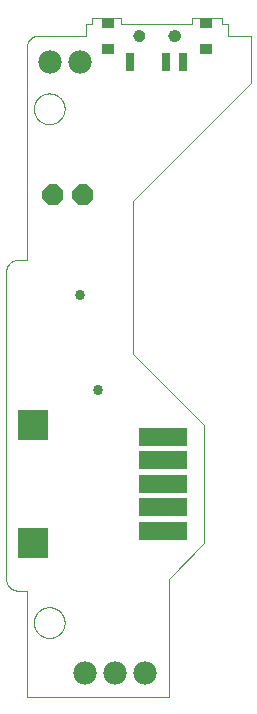
<source format=gbs>
G75*
%MOIN*%
%OFA0B0*%
%FSLAX25Y25*%
%IPPOS*%
%LPD*%
%AMOC8*
5,1,8,0,0,1.08239X$1,22.5*
%
%ADD10C,0.00000*%
%ADD11C,0.00039*%
%ADD12OC8,0.07000*%
%ADD13R,0.04337X0.03550*%
%ADD14R,0.03156X0.06306*%
%ADD15C,0.03943*%
%ADD16R,0.16148X0.05912*%
%ADD17R,0.09849X0.09849*%
%ADD18C,0.07800*%
%ADD19C,0.03378*%
D10*
X0021709Y0041556D02*
X0021709Y0143918D01*
X0021711Y0144042D01*
X0021717Y0144165D01*
X0021726Y0144289D01*
X0021740Y0144411D01*
X0021757Y0144534D01*
X0021779Y0144656D01*
X0021804Y0144777D01*
X0021833Y0144897D01*
X0021865Y0145016D01*
X0021902Y0145135D01*
X0021942Y0145252D01*
X0021985Y0145367D01*
X0022033Y0145482D01*
X0022084Y0145594D01*
X0022138Y0145705D01*
X0022196Y0145815D01*
X0022257Y0145922D01*
X0022322Y0146028D01*
X0022390Y0146131D01*
X0022461Y0146232D01*
X0022535Y0146331D01*
X0022612Y0146428D01*
X0022693Y0146522D01*
X0022776Y0146613D01*
X0022862Y0146702D01*
X0022951Y0146788D01*
X0023042Y0146871D01*
X0023136Y0146952D01*
X0023233Y0147029D01*
X0023332Y0147103D01*
X0023433Y0147174D01*
X0023536Y0147242D01*
X0023642Y0147307D01*
X0023749Y0147368D01*
X0023859Y0147426D01*
X0023970Y0147480D01*
X0024082Y0147531D01*
X0024197Y0147579D01*
X0024312Y0147622D01*
X0024429Y0147662D01*
X0024548Y0147699D01*
X0024667Y0147731D01*
X0024787Y0147760D01*
X0024908Y0147785D01*
X0025030Y0147807D01*
X0025153Y0147824D01*
X0025275Y0147838D01*
X0025399Y0147847D01*
X0025522Y0147853D01*
X0025646Y0147855D01*
X0028599Y0147855D01*
X0028599Y0218721D01*
X0028601Y0218845D01*
X0028607Y0218968D01*
X0028616Y0219092D01*
X0028630Y0219214D01*
X0028647Y0219337D01*
X0028669Y0219459D01*
X0028694Y0219580D01*
X0028723Y0219700D01*
X0028755Y0219819D01*
X0028792Y0219938D01*
X0028832Y0220055D01*
X0028875Y0220170D01*
X0028923Y0220285D01*
X0028974Y0220397D01*
X0029028Y0220508D01*
X0029086Y0220618D01*
X0029147Y0220725D01*
X0029212Y0220831D01*
X0029280Y0220934D01*
X0029351Y0221035D01*
X0029425Y0221134D01*
X0029502Y0221231D01*
X0029583Y0221325D01*
X0029666Y0221416D01*
X0029752Y0221505D01*
X0029841Y0221591D01*
X0029932Y0221674D01*
X0030026Y0221755D01*
X0030123Y0221832D01*
X0030222Y0221906D01*
X0030323Y0221977D01*
X0030426Y0222045D01*
X0030532Y0222110D01*
X0030639Y0222171D01*
X0030749Y0222229D01*
X0030860Y0222283D01*
X0030972Y0222334D01*
X0031087Y0222382D01*
X0031202Y0222425D01*
X0031319Y0222465D01*
X0031438Y0222502D01*
X0031557Y0222534D01*
X0031677Y0222563D01*
X0031798Y0222588D01*
X0031920Y0222610D01*
X0032043Y0222627D01*
X0032165Y0222641D01*
X0032289Y0222650D01*
X0032412Y0222656D01*
X0032536Y0222658D01*
X0048284Y0222658D01*
X0048284Y0226595D01*
X0050253Y0226595D01*
X0050253Y0228564D01*
X0060095Y0228564D01*
X0060095Y0226595D01*
X0083717Y0226595D01*
X0083717Y0228564D01*
X0093560Y0228564D01*
X0093560Y0226595D01*
X0095528Y0226595D01*
X0095528Y0222658D01*
X0103402Y0222658D01*
X0103402Y0206910D01*
X0064032Y0167540D01*
X0064032Y0116359D01*
X0087654Y0092737D01*
X0087654Y0053367D01*
X0075843Y0041556D01*
X0075843Y0002186D01*
X0028599Y0002186D01*
X0028599Y0037619D01*
X0025646Y0037619D01*
X0025522Y0037621D01*
X0025399Y0037627D01*
X0025275Y0037636D01*
X0025153Y0037650D01*
X0025030Y0037667D01*
X0024908Y0037689D01*
X0024787Y0037714D01*
X0024667Y0037743D01*
X0024548Y0037775D01*
X0024429Y0037812D01*
X0024312Y0037852D01*
X0024197Y0037895D01*
X0024082Y0037943D01*
X0023970Y0037994D01*
X0023859Y0038048D01*
X0023749Y0038106D01*
X0023642Y0038167D01*
X0023536Y0038232D01*
X0023433Y0038300D01*
X0023332Y0038371D01*
X0023233Y0038445D01*
X0023136Y0038522D01*
X0023042Y0038603D01*
X0022951Y0038686D01*
X0022862Y0038772D01*
X0022776Y0038861D01*
X0022693Y0038952D01*
X0022612Y0039046D01*
X0022535Y0039143D01*
X0022461Y0039242D01*
X0022390Y0039343D01*
X0022322Y0039446D01*
X0022257Y0039552D01*
X0022196Y0039659D01*
X0022138Y0039769D01*
X0022084Y0039880D01*
X0022033Y0039992D01*
X0021985Y0040107D01*
X0021942Y0040222D01*
X0021902Y0040339D01*
X0021865Y0040458D01*
X0021833Y0040577D01*
X0021804Y0040697D01*
X0021779Y0040818D01*
X0021757Y0040940D01*
X0021740Y0041063D01*
X0021726Y0041185D01*
X0021717Y0041309D01*
X0021711Y0041432D01*
X0021709Y0041556D01*
X0064229Y0222658D02*
X0064231Y0222742D01*
X0064237Y0222825D01*
X0064247Y0222908D01*
X0064261Y0222991D01*
X0064278Y0223073D01*
X0064300Y0223154D01*
X0064325Y0223233D01*
X0064354Y0223312D01*
X0064387Y0223389D01*
X0064423Y0223464D01*
X0064463Y0223538D01*
X0064506Y0223610D01*
X0064553Y0223679D01*
X0064603Y0223746D01*
X0064656Y0223811D01*
X0064712Y0223873D01*
X0064770Y0223933D01*
X0064832Y0223990D01*
X0064896Y0224043D01*
X0064963Y0224094D01*
X0065032Y0224141D01*
X0065103Y0224186D01*
X0065176Y0224226D01*
X0065251Y0224263D01*
X0065328Y0224297D01*
X0065406Y0224327D01*
X0065485Y0224353D01*
X0065566Y0224376D01*
X0065648Y0224394D01*
X0065730Y0224409D01*
X0065813Y0224420D01*
X0065896Y0224427D01*
X0065980Y0224430D01*
X0066064Y0224429D01*
X0066147Y0224424D01*
X0066231Y0224415D01*
X0066313Y0224402D01*
X0066395Y0224386D01*
X0066476Y0224365D01*
X0066557Y0224341D01*
X0066635Y0224313D01*
X0066713Y0224281D01*
X0066789Y0224245D01*
X0066863Y0224206D01*
X0066935Y0224164D01*
X0067005Y0224118D01*
X0067073Y0224069D01*
X0067138Y0224017D01*
X0067201Y0223962D01*
X0067261Y0223904D01*
X0067319Y0223843D01*
X0067373Y0223779D01*
X0067425Y0223713D01*
X0067473Y0223645D01*
X0067518Y0223574D01*
X0067559Y0223501D01*
X0067598Y0223427D01*
X0067632Y0223351D01*
X0067663Y0223273D01*
X0067690Y0223194D01*
X0067714Y0223113D01*
X0067733Y0223032D01*
X0067749Y0222950D01*
X0067761Y0222867D01*
X0067769Y0222783D01*
X0067773Y0222700D01*
X0067773Y0222616D01*
X0067769Y0222533D01*
X0067761Y0222449D01*
X0067749Y0222366D01*
X0067733Y0222284D01*
X0067714Y0222203D01*
X0067690Y0222122D01*
X0067663Y0222043D01*
X0067632Y0221965D01*
X0067598Y0221889D01*
X0067559Y0221815D01*
X0067518Y0221742D01*
X0067473Y0221671D01*
X0067425Y0221603D01*
X0067373Y0221537D01*
X0067319Y0221473D01*
X0067261Y0221412D01*
X0067201Y0221354D01*
X0067138Y0221299D01*
X0067073Y0221247D01*
X0067005Y0221198D01*
X0066935Y0221152D01*
X0066863Y0221110D01*
X0066789Y0221071D01*
X0066713Y0221035D01*
X0066635Y0221003D01*
X0066557Y0220975D01*
X0066476Y0220951D01*
X0066395Y0220930D01*
X0066313Y0220914D01*
X0066231Y0220901D01*
X0066147Y0220892D01*
X0066064Y0220887D01*
X0065980Y0220886D01*
X0065896Y0220889D01*
X0065813Y0220896D01*
X0065730Y0220907D01*
X0065648Y0220922D01*
X0065566Y0220940D01*
X0065485Y0220963D01*
X0065406Y0220989D01*
X0065328Y0221019D01*
X0065251Y0221053D01*
X0065176Y0221090D01*
X0065103Y0221130D01*
X0065032Y0221175D01*
X0064963Y0221222D01*
X0064896Y0221273D01*
X0064832Y0221326D01*
X0064770Y0221383D01*
X0064712Y0221443D01*
X0064656Y0221505D01*
X0064603Y0221570D01*
X0064553Y0221637D01*
X0064506Y0221706D01*
X0064463Y0221778D01*
X0064423Y0221852D01*
X0064387Y0221927D01*
X0064354Y0222004D01*
X0064325Y0222083D01*
X0064300Y0222162D01*
X0064278Y0222243D01*
X0064261Y0222325D01*
X0064247Y0222408D01*
X0064237Y0222491D01*
X0064231Y0222574D01*
X0064229Y0222658D01*
X0076040Y0222658D02*
X0076042Y0222742D01*
X0076048Y0222825D01*
X0076058Y0222908D01*
X0076072Y0222991D01*
X0076089Y0223073D01*
X0076111Y0223154D01*
X0076136Y0223233D01*
X0076165Y0223312D01*
X0076198Y0223389D01*
X0076234Y0223464D01*
X0076274Y0223538D01*
X0076317Y0223610D01*
X0076364Y0223679D01*
X0076414Y0223746D01*
X0076467Y0223811D01*
X0076523Y0223873D01*
X0076581Y0223933D01*
X0076643Y0223990D01*
X0076707Y0224043D01*
X0076774Y0224094D01*
X0076843Y0224141D01*
X0076914Y0224186D01*
X0076987Y0224226D01*
X0077062Y0224263D01*
X0077139Y0224297D01*
X0077217Y0224327D01*
X0077296Y0224353D01*
X0077377Y0224376D01*
X0077459Y0224394D01*
X0077541Y0224409D01*
X0077624Y0224420D01*
X0077707Y0224427D01*
X0077791Y0224430D01*
X0077875Y0224429D01*
X0077958Y0224424D01*
X0078042Y0224415D01*
X0078124Y0224402D01*
X0078206Y0224386D01*
X0078287Y0224365D01*
X0078368Y0224341D01*
X0078446Y0224313D01*
X0078524Y0224281D01*
X0078600Y0224245D01*
X0078674Y0224206D01*
X0078746Y0224164D01*
X0078816Y0224118D01*
X0078884Y0224069D01*
X0078949Y0224017D01*
X0079012Y0223962D01*
X0079072Y0223904D01*
X0079130Y0223843D01*
X0079184Y0223779D01*
X0079236Y0223713D01*
X0079284Y0223645D01*
X0079329Y0223574D01*
X0079370Y0223501D01*
X0079409Y0223427D01*
X0079443Y0223351D01*
X0079474Y0223273D01*
X0079501Y0223194D01*
X0079525Y0223113D01*
X0079544Y0223032D01*
X0079560Y0222950D01*
X0079572Y0222867D01*
X0079580Y0222783D01*
X0079584Y0222700D01*
X0079584Y0222616D01*
X0079580Y0222533D01*
X0079572Y0222449D01*
X0079560Y0222366D01*
X0079544Y0222284D01*
X0079525Y0222203D01*
X0079501Y0222122D01*
X0079474Y0222043D01*
X0079443Y0221965D01*
X0079409Y0221889D01*
X0079370Y0221815D01*
X0079329Y0221742D01*
X0079284Y0221671D01*
X0079236Y0221603D01*
X0079184Y0221537D01*
X0079130Y0221473D01*
X0079072Y0221412D01*
X0079012Y0221354D01*
X0078949Y0221299D01*
X0078884Y0221247D01*
X0078816Y0221198D01*
X0078746Y0221152D01*
X0078674Y0221110D01*
X0078600Y0221071D01*
X0078524Y0221035D01*
X0078446Y0221003D01*
X0078368Y0220975D01*
X0078287Y0220951D01*
X0078206Y0220930D01*
X0078124Y0220914D01*
X0078042Y0220901D01*
X0077958Y0220892D01*
X0077875Y0220887D01*
X0077791Y0220886D01*
X0077707Y0220889D01*
X0077624Y0220896D01*
X0077541Y0220907D01*
X0077459Y0220922D01*
X0077377Y0220940D01*
X0077296Y0220963D01*
X0077217Y0220989D01*
X0077139Y0221019D01*
X0077062Y0221053D01*
X0076987Y0221090D01*
X0076914Y0221130D01*
X0076843Y0221175D01*
X0076774Y0221222D01*
X0076707Y0221273D01*
X0076643Y0221326D01*
X0076581Y0221383D01*
X0076523Y0221443D01*
X0076467Y0221505D01*
X0076414Y0221570D01*
X0076364Y0221637D01*
X0076317Y0221706D01*
X0076274Y0221778D01*
X0076234Y0221852D01*
X0076198Y0221927D01*
X0076165Y0222004D01*
X0076136Y0222083D01*
X0076111Y0222162D01*
X0076089Y0222243D01*
X0076072Y0222325D01*
X0076058Y0222408D01*
X0076048Y0222491D01*
X0076042Y0222574D01*
X0076040Y0222658D01*
D11*
X0030961Y0198249D02*
X0030963Y0198392D01*
X0030969Y0198535D01*
X0030979Y0198677D01*
X0030993Y0198819D01*
X0031011Y0198961D01*
X0031033Y0199103D01*
X0031058Y0199243D01*
X0031088Y0199383D01*
X0031122Y0199522D01*
X0031159Y0199660D01*
X0031201Y0199797D01*
X0031246Y0199932D01*
X0031295Y0200066D01*
X0031347Y0200199D01*
X0031403Y0200331D01*
X0031463Y0200460D01*
X0031527Y0200588D01*
X0031594Y0200715D01*
X0031665Y0200839D01*
X0031739Y0200961D01*
X0031816Y0201081D01*
X0031897Y0201199D01*
X0031981Y0201315D01*
X0032068Y0201428D01*
X0032158Y0201539D01*
X0032252Y0201647D01*
X0032348Y0201753D01*
X0032447Y0201855D01*
X0032550Y0201955D01*
X0032654Y0202052D01*
X0032762Y0202147D01*
X0032872Y0202238D01*
X0032985Y0202326D01*
X0033100Y0202410D01*
X0033217Y0202492D01*
X0033337Y0202570D01*
X0033458Y0202645D01*
X0033582Y0202717D01*
X0033708Y0202785D01*
X0033835Y0202849D01*
X0033965Y0202910D01*
X0034096Y0202967D01*
X0034228Y0203021D01*
X0034362Y0203070D01*
X0034497Y0203117D01*
X0034634Y0203159D01*
X0034772Y0203197D01*
X0034910Y0203232D01*
X0035050Y0203262D01*
X0035190Y0203289D01*
X0035331Y0203312D01*
X0035473Y0203331D01*
X0035615Y0203346D01*
X0035758Y0203357D01*
X0035900Y0203364D01*
X0036043Y0203367D01*
X0036186Y0203366D01*
X0036329Y0203361D01*
X0036472Y0203352D01*
X0036614Y0203339D01*
X0036756Y0203322D01*
X0036897Y0203301D01*
X0037038Y0203276D01*
X0037178Y0203248D01*
X0037317Y0203215D01*
X0037455Y0203178D01*
X0037592Y0203138D01*
X0037728Y0203094D01*
X0037863Y0203046D01*
X0037996Y0202994D01*
X0038128Y0202939D01*
X0038258Y0202880D01*
X0038387Y0202817D01*
X0038513Y0202751D01*
X0038638Y0202681D01*
X0038761Y0202608D01*
X0038881Y0202532D01*
X0039000Y0202452D01*
X0039116Y0202368D01*
X0039230Y0202282D01*
X0039341Y0202192D01*
X0039450Y0202100D01*
X0039556Y0202004D01*
X0039660Y0201906D01*
X0039761Y0201804D01*
X0039858Y0201700D01*
X0039953Y0201593D01*
X0040045Y0201484D01*
X0040134Y0201372D01*
X0040220Y0201257D01*
X0040302Y0201141D01*
X0040381Y0201021D01*
X0040457Y0200900D01*
X0040529Y0200777D01*
X0040598Y0200652D01*
X0040663Y0200525D01*
X0040725Y0200396D01*
X0040783Y0200265D01*
X0040838Y0200133D01*
X0040888Y0199999D01*
X0040935Y0199864D01*
X0040979Y0199728D01*
X0041018Y0199591D01*
X0041053Y0199452D01*
X0041085Y0199313D01*
X0041113Y0199173D01*
X0041137Y0199032D01*
X0041157Y0198890D01*
X0041173Y0198748D01*
X0041185Y0198606D01*
X0041193Y0198463D01*
X0041197Y0198320D01*
X0041197Y0198178D01*
X0041193Y0198035D01*
X0041185Y0197892D01*
X0041173Y0197750D01*
X0041157Y0197608D01*
X0041137Y0197466D01*
X0041113Y0197325D01*
X0041085Y0197185D01*
X0041053Y0197046D01*
X0041018Y0196907D01*
X0040979Y0196770D01*
X0040935Y0196634D01*
X0040888Y0196499D01*
X0040838Y0196365D01*
X0040783Y0196233D01*
X0040725Y0196102D01*
X0040663Y0195973D01*
X0040598Y0195846D01*
X0040529Y0195721D01*
X0040457Y0195598D01*
X0040381Y0195477D01*
X0040302Y0195357D01*
X0040220Y0195241D01*
X0040134Y0195126D01*
X0040045Y0195014D01*
X0039953Y0194905D01*
X0039858Y0194798D01*
X0039761Y0194694D01*
X0039660Y0194592D01*
X0039556Y0194494D01*
X0039450Y0194398D01*
X0039341Y0194306D01*
X0039230Y0194216D01*
X0039116Y0194130D01*
X0039000Y0194046D01*
X0038881Y0193966D01*
X0038761Y0193890D01*
X0038638Y0193817D01*
X0038513Y0193747D01*
X0038387Y0193681D01*
X0038258Y0193618D01*
X0038128Y0193559D01*
X0037996Y0193504D01*
X0037863Y0193452D01*
X0037728Y0193404D01*
X0037592Y0193360D01*
X0037455Y0193320D01*
X0037317Y0193283D01*
X0037178Y0193250D01*
X0037038Y0193222D01*
X0036897Y0193197D01*
X0036756Y0193176D01*
X0036614Y0193159D01*
X0036472Y0193146D01*
X0036329Y0193137D01*
X0036186Y0193132D01*
X0036043Y0193131D01*
X0035900Y0193134D01*
X0035758Y0193141D01*
X0035615Y0193152D01*
X0035473Y0193167D01*
X0035331Y0193186D01*
X0035190Y0193209D01*
X0035050Y0193236D01*
X0034910Y0193266D01*
X0034772Y0193301D01*
X0034634Y0193339D01*
X0034497Y0193381D01*
X0034362Y0193428D01*
X0034228Y0193477D01*
X0034096Y0193531D01*
X0033965Y0193588D01*
X0033835Y0193649D01*
X0033708Y0193713D01*
X0033582Y0193781D01*
X0033458Y0193853D01*
X0033337Y0193928D01*
X0033217Y0194006D01*
X0033100Y0194088D01*
X0032985Y0194172D01*
X0032872Y0194260D01*
X0032762Y0194351D01*
X0032654Y0194446D01*
X0032550Y0194543D01*
X0032447Y0194643D01*
X0032348Y0194745D01*
X0032252Y0194851D01*
X0032158Y0194959D01*
X0032068Y0195070D01*
X0031981Y0195183D01*
X0031897Y0195299D01*
X0031816Y0195417D01*
X0031739Y0195537D01*
X0031665Y0195659D01*
X0031594Y0195783D01*
X0031527Y0195910D01*
X0031463Y0196038D01*
X0031403Y0196167D01*
X0031347Y0196299D01*
X0031295Y0196432D01*
X0031246Y0196566D01*
X0031201Y0196701D01*
X0031159Y0196838D01*
X0031122Y0196976D01*
X0031088Y0197115D01*
X0031058Y0197255D01*
X0031033Y0197395D01*
X0031011Y0197537D01*
X0030993Y0197679D01*
X0030979Y0197821D01*
X0030969Y0197963D01*
X0030963Y0198106D01*
X0030961Y0198249D01*
X0030961Y0026989D02*
X0030963Y0027132D01*
X0030969Y0027275D01*
X0030979Y0027417D01*
X0030993Y0027559D01*
X0031011Y0027701D01*
X0031033Y0027843D01*
X0031058Y0027983D01*
X0031088Y0028123D01*
X0031122Y0028262D01*
X0031159Y0028400D01*
X0031201Y0028537D01*
X0031246Y0028672D01*
X0031295Y0028806D01*
X0031347Y0028939D01*
X0031403Y0029071D01*
X0031463Y0029200D01*
X0031527Y0029328D01*
X0031594Y0029455D01*
X0031665Y0029579D01*
X0031739Y0029701D01*
X0031816Y0029821D01*
X0031897Y0029939D01*
X0031981Y0030055D01*
X0032068Y0030168D01*
X0032158Y0030279D01*
X0032252Y0030387D01*
X0032348Y0030493D01*
X0032447Y0030595D01*
X0032550Y0030695D01*
X0032654Y0030792D01*
X0032762Y0030887D01*
X0032872Y0030978D01*
X0032985Y0031066D01*
X0033100Y0031150D01*
X0033217Y0031232D01*
X0033337Y0031310D01*
X0033458Y0031385D01*
X0033582Y0031457D01*
X0033708Y0031525D01*
X0033835Y0031589D01*
X0033965Y0031650D01*
X0034096Y0031707D01*
X0034228Y0031761D01*
X0034362Y0031810D01*
X0034497Y0031857D01*
X0034634Y0031899D01*
X0034772Y0031937D01*
X0034910Y0031972D01*
X0035050Y0032002D01*
X0035190Y0032029D01*
X0035331Y0032052D01*
X0035473Y0032071D01*
X0035615Y0032086D01*
X0035758Y0032097D01*
X0035900Y0032104D01*
X0036043Y0032107D01*
X0036186Y0032106D01*
X0036329Y0032101D01*
X0036472Y0032092D01*
X0036614Y0032079D01*
X0036756Y0032062D01*
X0036897Y0032041D01*
X0037038Y0032016D01*
X0037178Y0031988D01*
X0037317Y0031955D01*
X0037455Y0031918D01*
X0037592Y0031878D01*
X0037728Y0031834D01*
X0037863Y0031786D01*
X0037996Y0031734D01*
X0038128Y0031679D01*
X0038258Y0031620D01*
X0038387Y0031557D01*
X0038513Y0031491D01*
X0038638Y0031421D01*
X0038761Y0031348D01*
X0038881Y0031272D01*
X0039000Y0031192D01*
X0039116Y0031108D01*
X0039230Y0031022D01*
X0039341Y0030932D01*
X0039450Y0030840D01*
X0039556Y0030744D01*
X0039660Y0030646D01*
X0039761Y0030544D01*
X0039858Y0030440D01*
X0039953Y0030333D01*
X0040045Y0030224D01*
X0040134Y0030112D01*
X0040220Y0029997D01*
X0040302Y0029881D01*
X0040381Y0029761D01*
X0040457Y0029640D01*
X0040529Y0029517D01*
X0040598Y0029392D01*
X0040663Y0029265D01*
X0040725Y0029136D01*
X0040783Y0029005D01*
X0040838Y0028873D01*
X0040888Y0028739D01*
X0040935Y0028604D01*
X0040979Y0028468D01*
X0041018Y0028331D01*
X0041053Y0028192D01*
X0041085Y0028053D01*
X0041113Y0027913D01*
X0041137Y0027772D01*
X0041157Y0027630D01*
X0041173Y0027488D01*
X0041185Y0027346D01*
X0041193Y0027203D01*
X0041197Y0027060D01*
X0041197Y0026918D01*
X0041193Y0026775D01*
X0041185Y0026632D01*
X0041173Y0026490D01*
X0041157Y0026348D01*
X0041137Y0026206D01*
X0041113Y0026065D01*
X0041085Y0025925D01*
X0041053Y0025786D01*
X0041018Y0025647D01*
X0040979Y0025510D01*
X0040935Y0025374D01*
X0040888Y0025239D01*
X0040838Y0025105D01*
X0040783Y0024973D01*
X0040725Y0024842D01*
X0040663Y0024713D01*
X0040598Y0024586D01*
X0040529Y0024461D01*
X0040457Y0024338D01*
X0040381Y0024217D01*
X0040302Y0024097D01*
X0040220Y0023981D01*
X0040134Y0023866D01*
X0040045Y0023754D01*
X0039953Y0023645D01*
X0039858Y0023538D01*
X0039761Y0023434D01*
X0039660Y0023332D01*
X0039556Y0023234D01*
X0039450Y0023138D01*
X0039341Y0023046D01*
X0039230Y0022956D01*
X0039116Y0022870D01*
X0039000Y0022786D01*
X0038881Y0022706D01*
X0038761Y0022630D01*
X0038638Y0022557D01*
X0038513Y0022487D01*
X0038387Y0022421D01*
X0038258Y0022358D01*
X0038128Y0022299D01*
X0037996Y0022244D01*
X0037863Y0022192D01*
X0037728Y0022144D01*
X0037592Y0022100D01*
X0037455Y0022060D01*
X0037317Y0022023D01*
X0037178Y0021990D01*
X0037038Y0021962D01*
X0036897Y0021937D01*
X0036756Y0021916D01*
X0036614Y0021899D01*
X0036472Y0021886D01*
X0036329Y0021877D01*
X0036186Y0021872D01*
X0036043Y0021871D01*
X0035900Y0021874D01*
X0035758Y0021881D01*
X0035615Y0021892D01*
X0035473Y0021907D01*
X0035331Y0021926D01*
X0035190Y0021949D01*
X0035050Y0021976D01*
X0034910Y0022006D01*
X0034772Y0022041D01*
X0034634Y0022079D01*
X0034497Y0022121D01*
X0034362Y0022168D01*
X0034228Y0022217D01*
X0034096Y0022271D01*
X0033965Y0022328D01*
X0033835Y0022389D01*
X0033708Y0022453D01*
X0033582Y0022521D01*
X0033458Y0022593D01*
X0033337Y0022668D01*
X0033217Y0022746D01*
X0033100Y0022828D01*
X0032985Y0022912D01*
X0032872Y0023000D01*
X0032762Y0023091D01*
X0032654Y0023186D01*
X0032550Y0023283D01*
X0032447Y0023383D01*
X0032348Y0023485D01*
X0032252Y0023591D01*
X0032158Y0023699D01*
X0032068Y0023810D01*
X0031981Y0023923D01*
X0031897Y0024039D01*
X0031816Y0024157D01*
X0031739Y0024277D01*
X0031665Y0024399D01*
X0031594Y0024523D01*
X0031527Y0024650D01*
X0031463Y0024778D01*
X0031403Y0024907D01*
X0031347Y0025039D01*
X0031295Y0025172D01*
X0031246Y0025306D01*
X0031201Y0025441D01*
X0031159Y0025578D01*
X0031122Y0025716D01*
X0031088Y0025855D01*
X0031058Y0025995D01*
X0031033Y0026135D01*
X0031011Y0026277D01*
X0030993Y0026419D01*
X0030979Y0026561D01*
X0030969Y0026703D01*
X0030963Y0026846D01*
X0030961Y0026989D01*
D12*
X0037379Y0169509D03*
X0047379Y0169509D03*
D13*
X0055568Y0218328D03*
X0055568Y0226989D03*
X0088245Y0226989D03*
X0088245Y0218328D03*
D14*
X0080764Y0213800D03*
X0074859Y0213800D03*
X0063048Y0213800D03*
D15*
X0066001Y0222658D03*
X0077812Y0222658D03*
D16*
X0073875Y0088997D03*
X0073875Y0081123D03*
X0073875Y0073249D03*
X0073875Y0065375D03*
X0073875Y0057501D03*
D17*
X0030568Y0053564D03*
X0030568Y0092934D03*
D18*
X0047969Y0010060D03*
X0057969Y0010060D03*
X0067969Y0010060D03*
X0046316Y0213997D03*
X0036316Y0213997D03*
D19*
X0046316Y0136044D03*
X0052221Y0104548D03*
M02*

</source>
